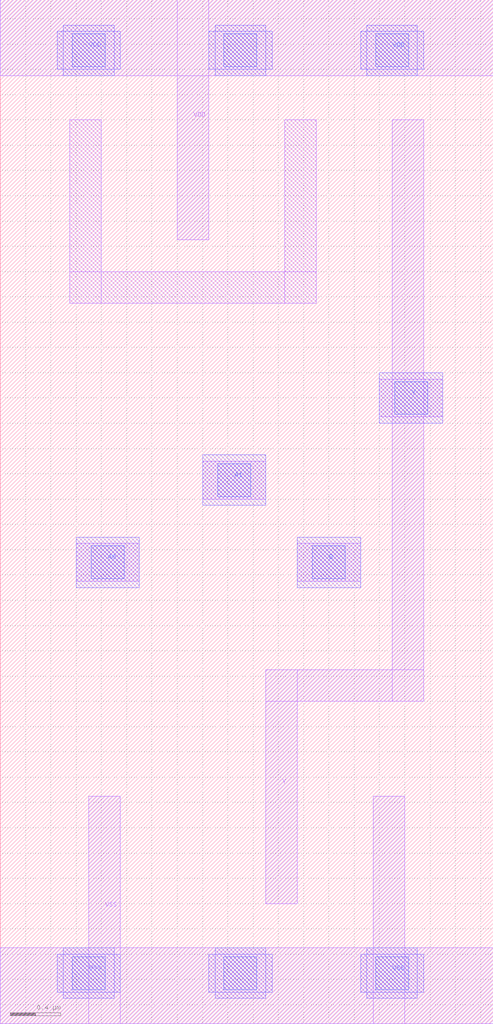
<source format=lef>
# Copyright 2022 Google LLC
# Licensed under the Apache License, Version 2.0 (the "License");
# you may not use this file except in compliance with the License.
# You may obtain a copy of the License at
#
#      http://www.apache.org/licenses/LICENSE-2.0
#
# Unless required by applicable law or agreed to in writing, software
# distributed under the License is distributed on an "AS IS" BASIS,
# WITHOUT WARRANTIES OR CONDITIONS OF ANY KIND, either express or implied.
# See the License for the specific language governing permissions and
# limitations under the License.
VERSION 5.7 ;
BUSBITCHARS "[]" ;
DIVIDERCHAR "/" ;

MACRO gf180mcu_osu_sc_12T_aoi21_1
  CLASS CORE ;
  ORIGIN 0 0.15 ;
  FOREIGN gf180mcu_osu_sc_12T_aoi21_1 0 -0.15 ;
  SIZE 3.9 BY 8.1 ;
  SYMMETRY X Y ;
  SITE GF018hv5v_mcu_sc7 ;
  PIN A0
    DIRECTION INPUT ;
    USE SIGNAL ;
    PORT
      LAYER MET1 ;
        RECT 0.6 3.35 1.1 3.65 ;
      LAYER MET2 ;
        RECT 0.6 3.3 1.1 3.7 ;
      LAYER VIA12 ;
        RECT 0.72 3.37 0.98 3.63 ;
    END
  END A0
  PIN A1
    DIRECTION INPUT ;
    USE SIGNAL ;
    PORT
      LAYER MET1 ;
        RECT 1.6 4 2.1 4.3 ;
      LAYER MET2 ;
        RECT 1.6 3.95 2.1 4.35 ;
      LAYER VIA12 ;
        RECT 1.72 4.02 1.98 4.28 ;
    END
  END A1
  PIN B
    DIRECTION INPUT ;
    USE SIGNAL ;
    PORT
      LAYER MET1 ;
        RECT 2.35 3.35 2.85 3.65 ;
      LAYER MET2 ;
        RECT 2.35 3.3 2.85 3.7 ;
      LAYER VIA12 ;
        RECT 2.47 3.37 2.73 3.63 ;
    END
  END B
  PIN VDD
    DIRECTION INOUT ;
    USE POWER ;
    SHAPE ABUTMENT ;
    PORT
      LAYER MET1 ;
        RECT 0 7.35 3.9 7.95 ;
        RECT 1.4 6.05 1.65 7.95 ;
      LAYER MET2 ;
        RECT 2.85 7.4 3.35 7.7 ;
        RECT 2.9 7.35 3.3 7.75 ;
        RECT 1.65 7.4 2.15 7.7 ;
        RECT 1.7 7.35 2.1 7.75 ;
        RECT 0.45 7.4 0.95 7.7 ;
        RECT 0.5 7.35 0.9 7.75 ;
      LAYER VIA12 ;
        RECT 0.57 7.42 0.83 7.68 ;
        RECT 1.77 7.42 2.03 7.68 ;
        RECT 2.97 7.42 3.23 7.68 ;
    END
  END VDD
  PIN VSS
    DIRECTION INOUT ;
    USE GROUND ;
    PORT
      LAYER MET1 ;
        RECT 0 -0.15 3.9 0.45 ;
        RECT 2.95 -0.15 3.2 1.65 ;
        RECT 0.7 -0.15 0.95 1.65 ;
      LAYER MET2 ;
        RECT 2.85 0.1 3.35 0.4 ;
        RECT 2.9 0.05 3.3 0.45 ;
        RECT 1.65 0.1 2.15 0.4 ;
        RECT 1.7 0.05 2.1 0.45 ;
        RECT 0.45 0.1 0.95 0.4 ;
        RECT 0.5 0.05 0.9 0.45 ;
      LAYER VIA12 ;
        RECT 0.57 0.12 0.83 0.38 ;
        RECT 1.77 0.12 2.03 0.38 ;
        RECT 2.97 0.12 3.23 0.38 ;
    END
  END VSS
  PIN Y
    DIRECTION OUTPUT ;
    USE SIGNAL ;
    PORT
      LAYER MET1 ;
        RECT 3 4.65 3.5 4.95 ;
        RECT 3.1 2.4 3.35 7 ;
        RECT 2.1 2.4 3.35 2.65 ;
        RECT 2.1 0.8 2.35 2.65 ;
      LAYER MET2 ;
        RECT 3 4.6 3.5 5 ;
      LAYER VIA12 ;
        RECT 3.12 4.67 3.38 4.93 ;
    END
  END Y
  OBS
    LAYER MET1 ;
      RECT 2.25 5.55 2.5 7 ;
      RECT 0.55 5.55 0.8 7 ;
      RECT 0.55 5.55 2.5 5.8 ;
  END
END gf180mcu_osu_sc_12T_aoi21_1

</source>
